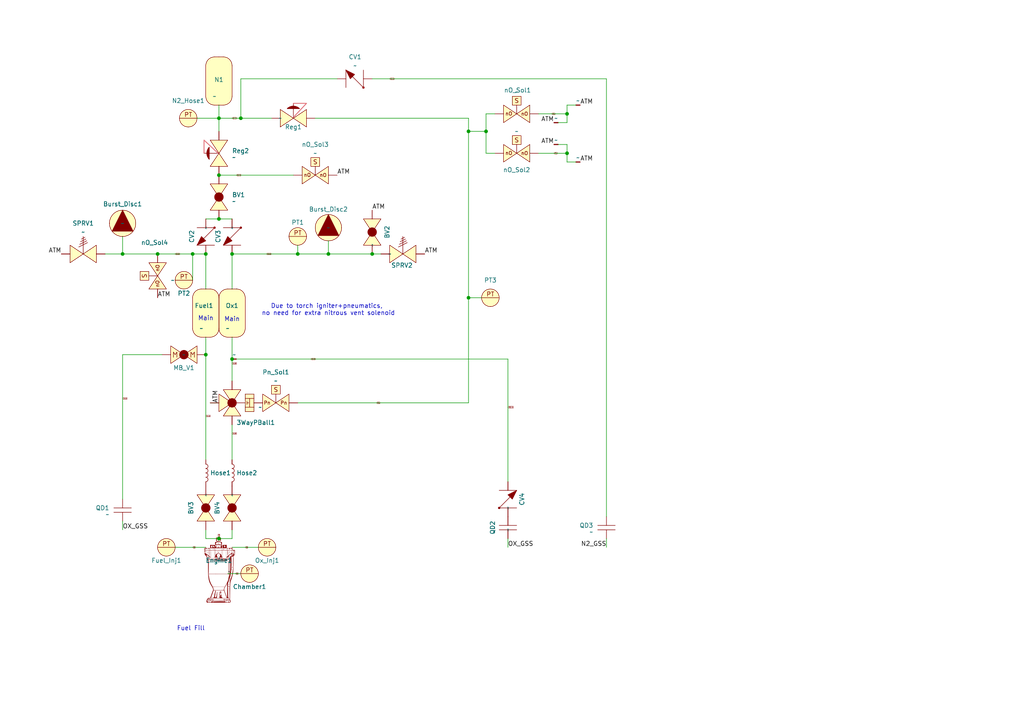
<source format=kicad_sch>
(kicad_sch (version 20250114) (generator "eeschema") (generator_version "9.0")
  (paper "A4")
  (lib_symbols
    (symbol "Ball_Valve_1"
      (property "Reference" "BV" (at 3.81 -4.318 0))
      (symbol "Ball_Valve_1_1_1"
        (pin passive line (at -2.54 0 0) (length 2.54) (name "") (number ""))
        (pin passive line (at 10.16 0 180) (length 2.54) (name "") (number ""))
      )
    )
    (symbol "Ball_Valve_2"
      (property "Reference" "BV" (at 3.81 -4.318 0))
      (symbol "Ball_Valve_2_1_1"
        (pin passive line (at -2.54 0 0) (length 2.54) (name "") (number ""))
        (pin passive line (at 10.16 0 180) (length 2.54) (name "") (number ""))
      )
    )
    (symbol "Ball_Valve_3"
      (property "Reference" "BV" (at 3.81 -4.318 0))
      (symbol "Ball_Valve_3_1_1"
        (pin passive line (at -2.54 0 0) (length 2.54) (name "") (number ""))
        (pin passive line (at 10.16 0 180) (length 2.54) (name "") (number ""))
      )
    )
    (symbol "Burst_Disc_1"
      (property "Reference" "Burst_Disc" (at 0 -5.334 0))
      (symbol "Burst_Disc_1_1_1"
        (pin passive line (at -3.81 0 0) (length 0) (name "") (number ""))
        (pin passive line (at 0 -3.81 90) (length 0) (name "") (number ""))
        (pin passive line (at 3.81 0 180) (length 0) (name "") (number ""))
      )
    )
    (symbol "Check_Valve_1"
      (property "Reference" "CV" (at 2.54 -4.064 0))
      (symbol "Check_Valve_1_1_1"
        (pin bidirectional line (at -2.54 0 0) (length 2.54) (name "") (number ""))
        (pin bidirectional line (at 7.62 0 180) (length 2.54) (name "") (number ""))
      )
    )
    (symbol "Check_Valve_2"
      (property "Reference" "CV" (at 2.54 -4.064 0))
      (symbol "Check_Valve_2_1_1"
        (pin bidirectional line (at -2.54 0 0) (length 2.54) (name "") (number ""))
        (pin bidirectional line (at 7.62 0 180) (length 2.54) (name "") (number ""))
      )
    )
    (symbol "Check_Valve_3"
      (property "Reference" "CV" (at 2.54 -4.064 0))
      (symbol "Check_Valve_3_1_1"
        (pin bidirectional line (at -2.54 0 0) (length 2.54) (name "") (number ""))
        (pin bidirectional line (at 7.62 0 180) (length 2.54) (name "") (number ""))
      )
    )
    (symbol "Device:Hose" (pin_numbers (hide yes)) (pin_names (offset 1.016) (hide yes))
      (property "Reference" "Hose" (at -1.27 0 90))
      (symbol "Hose_1_1"
        (pin passive line (at 0 3.81 270) (length 1.27) (name "1") (number "1"))
        (pin passive line (at 0 -3.81 90) (length 1.27) (name "2") (number "2"))
      )
    )
    (symbol "PID_symbols:3WayPmaticBall"
      (property "Reference" "3WayPBall" (at 0 -10.16 0))
      (symbol "3WayPmaticBall_1_1"
        (pin passive line (at -6.35 0 0) (length 2.54) (name "") (number ""))
        (pin passive line (at 0 6.35 180) (length 0) (name "") (number ""))
        (pin passive line (at 0 -6.35 90) (length 2.54) (name "") (number ""))
        (pin passive line (at 6.35 0 180) (length 2.54) (name "") (number ""))
      )
    )
    (symbol "PID_symbols:Ball_Valve"
      (property "Reference" "BV" (at 3.81 -4.318 0))
      (symbol "Ball_Valve_1_1"
        (pin passive line (at -2.54 0 0) (length 2.54) (name "") (number ""))
        (pin passive line (at 10.16 0 180) (length 2.54) (name "") (number ""))
      )
    )
    (symbol "PID_symbols:Burst_Disc"
      (property "Reference" "Burst_Disc" (at 0 -5.334 0))
      (symbol "Burst_Disc_1_1"
        (pin passive line (at -3.81 0 0) (length 0) (name "") (number ""))
        (pin passive line (at 0 -3.81 90) (length 0) (name "") (number ""))
        (pin passive line (at 3.81 0 180) (length 0) (name "") (number ""))
      )
    )
    (symbol "PID_symbols:Check_Valve"
      (property "Reference" "CV" (at 2.54 -4.064 0))
      (symbol "Check_Valve_1_1"
        (pin bidirectional line (at -2.54 0 0) (length 2.54) (name "") (number ""))
        (pin bidirectional line (at 7.62 0 180) (length 2.54) (name "") (number ""))
      )
    )
    (symbol "PID_symbols:Engine"
      (property "Reference" "Engine" (at 0 0 0))
      (symbol "Engine_1_1"
        (pin input line (at -3.81 3.81 0) (length 0) (name "") (number ""))
        (pin input line (at 0 6.35 0) (length 0) (name "") (number ""))
        (pin input line (at 3.81 3.81 0) (length 0) (name "") (number ""))
      )
    )
    (symbol "PID_symbols:MBallValve"
      (property "Reference" "MB_V" (at 0 -3.81 0))
      (symbol "MBallValve_1_1"
        (pin passive line (at -6.35 0 0) (length 2.54) (name "") (number ""))
        (pin passive line (at 6.35 0 180) (length 2.54) (name "") (number ""))
      )
    )
    (symbol "PID_symbols:Pneumatic_Solenoid"
      (property "Reference" "Pn_Sol" (at 0 -3.81 0))
      (symbol "Pneumatic_Solenoid_1_1"
        (text "Pn" (at -2.54 0 0) (effects (font (size 1 1))))
        (text "S\n" (at 0 3.81 0) (effects (font (size 1.27 1.27))))
        (text "Pn" (at 2.286 0 0) (effects (font (size 1 1))))
        (pin passive line (at -6.35 0 0) (length 2.54) (name "") (number ""))
        (pin passive line (at 6.35 0 180) (length 2.54) (name "") (number ""))
      )
    )
    (symbol "PID_symbols:Pressure_Regulator"
      (property "Reference" "Reg" (at 3.81 -2.54 0))
      (symbol "Pressure_Regulator_1_1"
        (pin passive line (at -2.54 0 0) (length 2.54) (name "") (number ""))
        (pin passive line (at 10.16 0 180) (length 2.54) (name "") (number ""))
      )
    )
    (symbol "PID_symbols:Pressure_Transducer"
      (property "Reference" "PT" (at 0 -3.81 0))
      (symbol "Pressure_Transducer_1_1"
        (text "PT\n" (at 0 1.016 0) (effects (font (size 1.27 1.27))))
        (pin passive line (at -2.54 0 0) (length 0) (name "") (number ""))
        (pin passive line (at 0 -2.54 90) (length 0) (name "") (number ""))
        (pin passive line (at 2.54 0 180) (length 0) (name "") (number ""))
      )
    )
    (symbol "PID_symbols:Quick_Disconnect"
      (property "Reference" "QD" (at 0.762 -4.572 0))
      (symbol "Quick_Disconnect_1_1"
        (pin passive line (at -2.54 0 0) (length 2.54) (name "") (number ""))
        (pin passive line (at 3.81 0 180) (length 2.54) (name "") (number ""))
      )
    )
    (symbol "PID_symbols:SPRV"
      (property "Reference" "SPRV" (at 3.556 -3.302 0))
      (symbol "SPRV_1_1"
        (pin passive line (at -2.54 0 0) (length 2.54) (name "") (number ""))
        (pin passive line (at 10.16 0 180) (length 2.54) (name "") (number ""))
      )
    )
    (symbol "PID_symbols:Solenoid"
      (property "Reference" "nO_Sol" (at 3.81 -3.81 0))
      (symbol "Solenoid_1_1"
        (text "nO\n\n" (at 1.524 -0.762 0) (effects (font (size 1 1))))
        (text "S\n" (at 3.81 3.81 0) (effects (font (size 1.27 1.27))))
        (text "nO" (at 6.096 0 0) (effects (font (size 1 1))))
        (pin passive line (at -2.54 0 0) (length 2.54) (name "") (number ""))
        (pin passive line (at 10.16 0 180) (length 2.54) (name "") (number ""))
      )
    )
    (symbol "PID_symbols:Tank"
      (property "Reference" "T" (at 6.35 5.08 0))
      (symbol "Tank_1_1"
        (pin passive line (at 1.27 11.43 270) (length 0) (name "") (number ""))
        (pin passive line (at 1.27 -2.54 90) (length 0) (name "") (number ""))
      )
    )
    (symbol "PID_symbols:stop" (in_bom no) (on_board no)
      (symbol "stop_1_1"
        (pin bidirectional line (at -1.27 0 0) (length 0) (name "") (number ""))
        (pin bidirectional line (at 0 0 180) (length 0) (name "") (number ""))
      )
    )
    (symbol "Pressure_Regulator_1"
      (property "Reference" "Reg" (at 3.81 -2.54 0))
      (symbol "Pressure_Regulator_1_1_1"
        (pin passive line (at -2.54 0 0) (length 2.54) (name "") (number ""))
        (pin passive line (at 10.16 0 180) (length 2.54) (name "") (number ""))
      )
    )
    (symbol "Pressure_Transducer_1"
      (property "Reference" "PT" (at 0 -3.81 0))
      (symbol "Pressure_Transducer_1_1_1"
        (text "PT\n" (at 0 1.016 0) (effects (font (size 1.27 1.27))))
        (pin passive line (at -2.54 0 0) (length 0) (name "") (number ""))
        (pin passive line (at 0 -2.54 90) (length 0) (name "") (number ""))
        (pin passive line (at 2.54 0 180) (length 0) (name "") (number ""))
      )
    )
    (symbol "Pressure_Transducer_2"
      (property "Reference" "PT" (at 0 -3.81 0))
      (symbol "Pressure_Transducer_2_1_1"
        (text "PT\n" (at 0 1.016 0) (effects (font (size 1.27 1.27))))
        (pin passive line (at -2.54 0 0) (length 0) (name "") (number ""))
        (pin passive line (at 0 -2.54 90) (length 0) (name "") (number ""))
        (pin passive line (at 2.54 0 180) (length 0) (name "") (number ""))
      )
    )
    (symbol "Pressure_Transducer_3"
      (property "Reference" "PT" (at 0 -3.81 0))
      (symbol "Pressure_Transducer_3_1_1"
        (text "PT\n" (at 0 1.016 0) (effects (font (size 1.27 1.27))))
        (pin passive line (at -2.54 0 0) (length 0) (name "") (number ""))
        (pin passive line (at 0 -2.54 90) (length 0) (name "") (number ""))
        (pin passive line (at 2.54 0 180) (length 0) (name "") (number ""))
      )
    )
    (symbol "Pressure_Transducer_4"
      (property "Reference" "PT" (at 0 -3.81 0))
      (symbol "Pressure_Transducer_4_1_1"
        (text "PT\n" (at 0 1.016 0) (effects (font (size 1.27 1.27))))
        (pin passive line (at -2.54 0 0) (length 0) (name "") (number ""))
        (pin passive line (at 0 -2.54 90) (length 0) (name "") (number ""))
        (pin passive line (at 2.54 0 180) (length 0) (name "") (number ""))
      )
    )
    (symbol "Pressure_Transducer_5"
      (property "Reference" "PT" (at 0 -3.81 0))
      (symbol "Pressure_Transducer_5_1_1"
        (text "PT\n" (at 0 1.016 0) (effects (font (size 1.27 1.27))))
        (pin passive line (at -2.54 0 0) (length 0) (name "") (number ""))
        (pin passive line (at 0 -2.54 90) (length 0) (name "") (number ""))
        (pin passive line (at 2.54 0 180) (length 0) (name "") (number ""))
      )
    )
    (symbol "Pressure_Transducer_6"
      (property "Reference" "PT" (at 0 -3.81 0))
      (symbol "Pressure_Transducer_6_1_1"
        (text "PT\n" (at 0 1.016 0) (effects (font (size 1.27 1.27))))
        (pin passive line (at -2.54 0 0) (length 0) (name "") (number ""))
        (pin passive line (at 0 -2.54 90) (length 0) (name "") (number ""))
        (pin passive line (at 2.54 0 180) (length 0) (name "") (number ""))
      )
    )
    (symbol "Quick_Disconnect_1"
      (property "Reference" "QD" (at 0.762 -4.572 0))
      (symbol "Quick_Disconnect_1_1_1"
        (pin passive line (at -2.54 0 0) (length 2.54) (name "") (number ""))
        (pin passive line (at 3.81 0 180) (length 2.54) (name "") (number ""))
      )
    )
    (symbol "Quick_Disconnect_2"
      (property "Reference" "QD" (at 0.762 -4.572 0))
      (symbol "Quick_Disconnect_2_1_1"
        (pin passive line (at -2.54 0 0) (length 2.54) (name "") (number ""))
        (pin passive line (at 3.81 0 180) (length 2.54) (name "") (number ""))
      )
    )
    (symbol "SPRV_1"
      (property "Reference" "SPRV" (at 3.556 -3.302 0))
      (symbol "SPRV_1_1_1"
        (pin passive line (at -2.54 0 0) (length 2.54) (name "") (number ""))
        (pin passive line (at 10.16 0 180) (length 2.54) (name "") (number ""))
      )
    )
    (symbol "Solenoid_1"
      (property "Reference" "nO_Sol" (at 3.81 -3.81 0))
      (symbol "Solenoid_1_1_1"
        (text "nO\n\n" (at 1.524 -0.762 0) (effects (font (size 1 1))))
        (text "S\n" (at 3.81 3.81 0) (effects (font (size 1.27 1.27))))
        (text "nO" (at 6.096 0 0) (effects (font (size 1 1))))
        (pin passive line (at -2.54 0 0) (length 2.54) (name "") (number ""))
        (pin passive line (at 10.16 0 180) (length 2.54) (name "") (number ""))
      )
    )
    (symbol "Solenoid_2"
      (property "Reference" "nO_Sol" (at 3.81 -3.81 0))
      (symbol "Solenoid_2_1_1"
        (text "nO\n\n" (at 1.524 -0.762 0) (effects (font (size 1 1))))
        (text "S\n" (at 3.81 3.81 0) (effects (font (size 1.27 1.27))))
        (text "nO" (at 6.096 0 0) (effects (font (size 1 1))))
        (pin passive line (at -2.54 0 0) (length 2.54) (name "") (number ""))
        (pin passive line (at 10.16 0 180) (length 2.54) (name "") (number ""))
      )
    )
    (symbol "Solenoid_3"
      (property "Reference" "nO_Sol" (at 3.81 -3.81 0))
      (symbol "Solenoid_3_1_1"
        (text "nO\n\n" (at 1.524 -0.762 0) (effects (font (size 1 1))))
        (text "S\n" (at 3.81 3.81 0) (effects (font (size 1.27 1.27))))
        (text "nO" (at 6.096 0 0) (effects (font (size 1 1))))
        (pin passive line (at -2.54 0 0) (length 2.54) (name "") (number ""))
        (pin passive line (at 10.16 0 180) (length 2.54) (name "") (number ""))
      )
    )
    (symbol "Tank_1"
      (property "Reference" "T" (at 6.35 5.08 0))
      (symbol "Tank_1_1_1"
        (pin passive line (at 1.27 11.43 270) (length 0) (name "") (number ""))
        (pin passive line (at 1.27 -2.54 90) (length 0) (name "") (number ""))
      )
    )
    (symbol "Tank_2"
      (property "Reference" "T" (at 6.35 5.08 0))
      (symbol "Tank_2_1_1"
        (pin passive line (at 1.27 11.43 270) (length 0) (name "") (number ""))
        (pin passive line (at 1.27 -2.54 90) (length 0) (name "") (number ""))
      )
    )
    (symbol "stop_1" (in_bom no) (on_board no)
      (symbol "stop_1_1_1"
        (pin bidirectional line (at -1.27 0 0) (length 0) (name "") (number ""))
        (pin bidirectional line (at 0 0 180) (length 0) (name "") (number ""))
      )
    )
    (symbol "stop_2" (in_bom no) (on_board no)
      (symbol "stop_2_1_1"
        (pin bidirectional line (at -1.27 0 0) (length 0) (name "") (number ""))
        (pin bidirectional line (at 0 0 180) (length 0) (name "") (number ""))
      )
    )
    (symbol "stop_3" (in_bom no) (on_board no)
      (symbol "stop_3_1_1"
        (pin bidirectional line (at -1.27 0 0) (length 0) (name "") (number ""))
        (pin bidirectional line (at 0 0 180) (length 0) (name "") (number ""))
      )
    )
    (symbol "stop_4" (in_bom no) (on_board no)
      (symbol "stop_4_1_1"
        (pin bidirectional line (at -1.27 0 0) (length 0) (name "") (number ""))
        (pin bidirectional line (at 0 0 180) (length 0) (name "") (number ""))
      )
    )
  )
  (text "Main" (at 59.69 92.456 0) (effects (font (size 1.27 1.27))))
  (text "Main" (at 67.31 92.71 0) (effects (font (size 1.27 1.27))))
  (text "Fuel Fill\n" (at 55.372 182.372 0) (effects (font (size 1.27 1.27))))
  (text "Due to torch igniter+pneumatics, \nno need for extra nitrous vent solenoid\n" (at 95.25 89.916 0) (effects (font (size 1.27 1.27))))
  (junction (at 135.89 38.1))
  (junction (at 164.465 33.02))
  (junction (at 69.85 34.29))
  (junction (at 55.88 73.66))
  (junction (at 140.97 38.1))
  (junction (at 63.5 156.21))
  (junction (at 135.89 86.36))
  (junction (at 35.56 73.66))
  (junction (at 63.5 50.8))
  (junction (at 63.5 34.29))
  (junction (at 59.69 102.87))
  (junction (at 67.31 104.14))
  (junction (at 63.5 63.5))
  (junction (at 59.69 73.66))
  (junction (at 86.36 73.66))
  (junction (at 164.465 44.45))
  (junction (at 67.31 73.66))
  (junction (at 45.72 73.66))
  (junction (at 107.95 73.66))
  (junction (at 95.25 73.66))
  (wire (pts (xy 69.85 34.29) (xy 78.74 34.29)))
  (wire (pts (xy 35.56 102.87) (xy 35.56 144.78)))
  (wire (pts (xy 135.89 38.1) (xy 140.97 38.1)))
  (wire (pts (xy 69.85 34.29) (xy 69.85 22.86)))
  (wire (pts (xy 30.48 73.66) (xy 35.56 73.66)))
  (wire (pts (xy 164.465 41.91) (xy 161.925 41.91)))
  (wire (pts (xy 35.56 68.58) (xy 35.56 73.66)))
  (wire (pts (xy 135.89 86.36) (xy 135.89 116.84)))
  (wire (pts (xy 164.465 35.56) (xy 164.465 33.02)))
  (wire (pts (xy 175.895 158.75) (xy 175.895 156.21)))
  (wire (pts (xy 140.97 38.1) (xy 140.97 44.45)))
  (wire (pts (xy 35.56 153.67) (xy 35.56 151.13)))
  (wire (pts (xy 67.31 104.14) (xy 67.31 110.49)))
  (wire (pts (xy 175.895 22.86) (xy 175.895 149.86)))
  (wire (pts (xy 107.95 22.86) (xy 175.895 22.86)))
  (wire (pts (xy 143.51 44.45) (xy 140.97 44.45)))
  (wire (pts (xy 86.36 116.84) (xy 135.89 116.84)))
  (wire (pts (xy 86.36 73.66) (xy 95.25 73.66)))
  (wire (pts (xy 67.31 73.66) (xy 86.36 73.66)))
  (wire (pts (xy 140.97 33.02) (xy 143.51 33.02)))
  (wire (pts (xy 69.85 22.86) (xy 97.79 22.86)))
  (wire (pts (xy 59.69 156.21) (xy 63.5 156.21)))
  (wire (pts (xy 164.465 30.48) (xy 164.465 33.02)))
  (wire (pts (xy 67.31 156.21) (xy 63.5 156.21)))
  (wire (pts (xy 86.36 71.12) (xy 86.36 73.66)))
  (wire (pts (xy 67.31 158.75) (xy 74.93 158.75)))
  (wire (pts (xy 63.5 116.84) (xy 60.96 116.84)))
  (wire (pts (xy 139.7 86.36) (xy 135.89 86.36)))
  (wire (pts (xy 67.31 97.79) (xy 67.31 104.14)))
  (wire (pts (xy 63.5 34.29) (xy 63.5 38.1)))
  (wire (pts (xy 59.69 63.5) (xy 63.5 63.5)))
  (wire (pts (xy 55.88 73.66) (xy 55.88 81.28)))
  (wire (pts (xy 55.88 73.66) (xy 59.69 73.66)))
  (wire (pts (xy 63.5 50.8) (xy 85.09 50.8)))
  (wire (pts (xy 59.69 153.67) (xy 59.69 156.21)))
  (wire (pts (xy 67.31 73.66) (xy 67.31 83.82)))
  (wire (pts (xy 164.465 44.45) (xy 164.465 41.91)))
  (wire (pts (xy 57.15 34.29) (xy 63.5 34.29)))
  (wire (pts (xy 147.32 104.14) (xy 68.58 104.14)))
  (wire (pts (xy 164.465 46.99) (xy 164.465 44.45)))
  (wire (pts (xy 156.21 33.02) (xy 164.465 33.02)))
  (wire (pts (xy 59.69 73.66) (xy 59.69 83.82)))
  (wire (pts (xy 59.69 102.87) (xy 59.69 133.35)))
  (wire (pts (xy 147.32 104.14) (xy 147.32 139.7)))
  (wire (pts (xy 66.04 166.37) (xy 69.85 166.37)))
  (wire (pts (xy 95.25 69.85) (xy 95.25 73.66)))
  (wire (pts (xy 147.32 158.75) (xy 147.32 156.21)))
  (wire (pts (xy 135.89 38.1) (xy 135.89 86.36)))
  (wire (pts (xy 63.5 34.29) (xy 63.5 30.48)))
  (wire (pts (xy 45.72 73.66) (xy 55.88 73.66)))
  (wire (pts (xy 63.5 34.29) (xy 69.85 34.29)))
  (wire (pts (xy 91.44 34.29) (xy 135.89 34.29)))
  (wire (pts (xy 140.97 33.02) (xy 140.97 38.1)))
  (wire (pts (xy 63.5 63.5) (xy 67.31 63.5)))
  (wire (pts (xy 59.69 97.79) (xy 59.69 102.87)))
  (wire (pts (xy 164.465 46.99) (xy 167.005 46.99)))
  (wire (pts (xy 67.31 153.67) (xy 67.31 156.21)))
  (wire (pts (xy 107.95 73.66) (xy 110.49 73.66)))
  (wire (pts (xy 135.89 34.29) (xy 135.89 38.1)))
  (wire (pts (xy 67.31 123.19) (xy 67.31 133.35)))
  (wire (pts (xy 161.925 35.56) (xy 164.465 35.56)))
  (wire (pts (xy 156.21 44.45) (xy 164.465 44.45)))
  (wire (pts (xy 50.8 158.75) (xy 59.69 158.75)))
  (wire (pts (xy 35.56 73.66) (xy 45.72 73.66)))
  (wire (pts (xy 46.99 102.87) (xy 35.56 102.87)))
  (wire (pts (xy 95.25 73.66) (xy 107.95 73.66)))
  (wire (pts (xy 164.465 30.48) (xy 167.005 30.48)))
  (label "ATM" (at 160.655 41.91 180))
  (label "ATM" (at 160.655 35.56 180))
  (label "ATM" (at 17.78 73.66 180))
  (label "ATM" (at 123.19 73.66 0))
  (label "." (at 66.04 166.37 0))
  (label "ATM" (at 168.275 46.99 0))
  (label "N2_GSS" (at 175.895 158.75 180))
  (label "OX_GSS" (at 35.56 153.67 0))
  (label "OX_GSS" (at 147.32 158.75 0))
  (label "." (at 68.58 83.82 0) (effects (font (size 0.0254 0.0254))))
  (label "ATM" (at 97.79 50.8 0))
  (label "ATM" (at 63.5 116.84 90))
  (label "ATM" (at 45.72 86.36 0))
  (label "ATM" (at 107.95 60.96 0))
  (label "ATM" (at 168.275 30.48 0))
  (global_label "D" (shape input) (at 71.12 158.75 0) (effects (font (size 0.254 0.254))) (property "Intersheetrefs" "${INTERSHEET_REFS}" (effects (hide yes))))
  (global_label "1-4" (shape input) (at 63.5 156.21 90) (effects (font (size 0.254 0.254))) (property "Intersheetrefs" "${INTERSHEET_REFS}" (effects (hide yes))))
  (global_label "D" (shape input) (at 55.88 158.75 0) (effects (font (size 0.254 0.254))) (property "Intersheetrefs" "${INTERSHEET_REFS}" (effects (hide yes))))
  (global_label "1-4" (shape input) (at 50.8 73.66 0) (effects (font (size 0.254 0.254))) (property "Intersheetrefs" "${INTERSHEET_REFS}" (effects (hide yes))))
  (global_label "Pn" (shape input) (at 109.22 116.84 0) (effects (font (size 0.254 0.254))) (property "Intersheetrefs" "${INTERSHEET_REFS}" (effects (hide yes))))
  (global_label "Pn" (shape input) (at 160.655 44.45 0) (effects (font (size 0.254 0.254))) (property "Intersheetrefs" "${INTERSHEET_REFS}" (effects (hide yes))))
  (global_label "1-2" (shape input) (at 67.31 105.41 0) (effects (font (size 0.254 0.254))) (property "Intersheetrefs" "${INTERSHEET_REFS}" (effects (hide yes))))
  (global_label "1-4" (shape input) (at 113.03 22.86 0) (effects (font (size 0.254 0.254))) (property "Intersheetrefs" "${INTERSHEET_REFS}" (effects (hide yes))))
  (global_label "1-4" (shape input) (at 35.56 115.57 0) (effects (font (size 0.254 0.254))) (property "Intersheetrefs" "${INTERSHEET_REFS}" (effects (hide yes))))
  (global_label "1-4" (shape input) (at 68.58 50.8 0) (effects (font (size 0.254 0.254))) (property "Intersheetrefs" "${INTERSHEET_REFS}" (effects (hide yes))))
  (global_label "D" (shape input) (at 68.3041 166.37 0) (effects (font (size 0.254 0.254))) (property "Intersheetrefs" "${INTERSHEET_REFS}" (effects (hide yes))))
  (global_label "M1-4" (shape input) (at 147.32 118.11 0) (effects (font (size 0.254 0.254))) (property "Intersheetrefs" "${INTERSHEET_REFS}" (effects (hide yes))))
  (global_label "1-2" (shape input) (at 67.31 125.73 0) (effects (font (size 0.254 0.254))) (property "Intersheetrefs" "${INTERSHEET_REFS}" (effects (hide yes))))
  (global_label "1-4" (shape input) (at 67.31 34.29 0) (effects (font (size 0.254 0.254))) (property "Intersheetrefs" "${INTERSHEET_REFS}" (effects (hide yes))))
  (global_label "Pn" (shape input) (at 160.02 33.02 0) (effects (font (size 0.254 0.254))) (property "Intersheetrefs" "${INTERSHEET_REFS}" (effects (hide yes))))
  (global_label "1-4" (shape input) (at 59.69 120.65 0) (effects (font (size 0.254 0.254))) (property "Intersheetrefs" "${INTERSHEET_REFS}" (effects (hide yes))))
  (global_label "1-4" (shape input) (at 90.17 104.14 0) (effects (font (size 0.254 0.254))) (property "Intersheetrefs" "${INTERSHEET_REFS}" (effects (hide yes))))
  (global_label "1-4" (shape input) (at 77.318 73.66 0) (effects (font (size 0.254 0.254))) (property "Intersheetrefs" "${INTERSHEET_REFS}" (effects (hide yes))))
  (symbol (lib_id "PID_symbols:Tank") (at 62.23 27.94 0) (unit 1)
    (property "Reference" "N1" (at 63.5 23.114 0))
    (property "Value" "~" (at 62.23 27.94 0))
  )
  (symbol (lib_name "Pressure_Transducer_1") (lib_id "PID_symbols:Pressure_Transducer") (at 72.39 166.37 0) (unit 1)
    (property "Reference" "Chamber1" (at 72.39 170.18 0))
  )
  (symbol (lib_id "PID_symbols:Engine") (at 63.5 162.56 0) (unit 1)
    (property "Reference" "Engine1" (at 63.5 162.56 0))
    (property "Value" "~" (at 63.5 162.56 0))
  )
  (symbol (lib_name "Pressure_Transducer_2") (lib_id "PID_symbols:Pressure_Transducer") (at 77.47 158.75 0) (unit 1)
    (property "Reference" "Ox_Inj1" (at 77.47 162.56 0))
  )
  (symbol (lib_name "Check_Valve_1") (lib_id "PID_symbols:Check_Valve") (at 105.41 22.86 180) (unit 1)
    (property "Reference" "CV1" (at 102.997 16.51 0))
    (property "Value" "~" (at 102.997 19.05 0))
  )
  (symbol (lib_id "PID_symbols:MBallValve") (at 53.34 102.87 0) (unit 1)
    (property "Reference" "MB_V1" (at 53.34 106.68 0))
    (property "Value" "~" (at 53.34 102.87 0))
  )
  (symbol (lib_id "PID_symbols:Ball_Valve") (at 67.31 143.51 270) (unit 1)
    (property "Reference" "BV4" (at 62.992 147.32 0))
    (property "Value" "~" (at 67.31 143.51 0))
  )
  (symbol (lib_name "Check_Valve_2") (lib_id "PID_symbols:Check_Valve") (at 59.69 66.04 270) (unit 1)
    (property "Reference" "CV2" (at 55.626 68.58 0))
    (property "Value" "~" (at 59.69 66.04 0))
  )
  (symbol (lib_id "PID_symbols:Pressure_Regulator") (at 81.28 34.29 0) (unit 1)
    (property "Reference" "Reg1" (at 85.09 36.83 0))
    (property "Value" "~" (at 81.28 34.29 0))
    (property "Description" "Pressure Regulator" (effects (hide yes)))
  )
  (symbol (lib_name "stop_3") (lib_id "PID_symbols:stop") (at 161.925 35.56 0) (unit 1) (in_bom no) (on_board no)
    (property "Reference" "U9" (effects (hide yes)))
    (property "Value" "~" (at 161.29 34.29 0))
  )
  (symbol (lib_name "Pressure_Transducer_3") (lib_id "PID_symbols:Pressure_Transducer") (at 53.34 81.28 0) (unit 1)
    (property "Reference" "PT2" (at 53.34 85.09 0))
  )
  (symbol (lib_id "Device:Hose") (at 59.69 137.16 0) (unit 1)
    (property "Reference" "Hose1" (at 60.96 137.1599 0) (effects (justify left)))
  )
  (symbol (lib_name "Tank_1") (lib_id "PID_symbols:Tank") (at 58.42 95.25 0) (unit 1)
    (property "Reference" "Fuel1" (at 59.182 88.646 0))
    (property "Value" "~" (at 58.42 95.25 0))
  )
  (symbol (lib_name "Pressure_Transducer_4") (lib_id "PID_symbols:Pressure_Transducer") (at 48.26 158.75 0) (unit 1)
    (property "Reference" "Fuel_Inj1" (at 48.26 162.56 0))
  )
  (symbol (lib_name "stop_2") (lib_id "PID_symbols:stop") (at 161.925 41.91 0) (unit 1) (in_bom no) (on_board no)
    (property "Reference" "U8" (effects (hide yes)))
    (property "Value" "~" (at 161.29 40.64 0))
  )
  (symbol (lib_name "Solenoid_1") (lib_id "PID_symbols:Solenoid") (at 146.05 33.02 0) (unit 1)
    (property "Reference" "nO_Sol1" (at 150.114 26.162 0))
    (property "Value" "~" (at 149.86 26.67 0))
  )
  (symbol (lib_id "PID_symbols:Quick_Disconnect") (at 175.895 153.67 90) (unit 1)
    (property "Reference" "QD3" (at 172.085 152.3999 90) (effects (justify left)))
    (property "Value" "~" (at 172.085 154.305 90) (effects (justify left)))
  )
  (symbol (lib_name "Ball_Valve_1") (lib_id "PID_symbols:Ball_Valve") (at 107.95 71.12 90) (unit 1)
    (property "Reference" "BV2" (at 112.268 67.31 0))
    (property "Value" "~" (at 107.95 71.12 0))
  )
  (symbol (lib_id "PID_symbols:stop") (at 68.58 104.14 0) (unit 1) (in_bom no) (on_board no)
    (property "Reference" "U1" (effects (hide yes)))
    (property "Value" "~" (at 67.945 102.87 0))
  )
  (symbol (lib_name "Quick_Disconnect_1") (lib_id "PID_symbols:Quick_Disconnect") (at 35.56 148.59 90) (unit 1)
    (property "Reference" "QD1" (at 31.75 147.3199 90) (effects (justify left)))
    (property "Value" "~" (at 31.75 149.225 90) (effects (justify left)))
  )
  (symbol (lib_name "Quick_Disconnect_2") (lib_id "PID_symbols:Quick_Disconnect") (at 147.32 153.67 90) (unit 1)
    (property "Reference" "QD2" (at 142.875 153.035 0))
    (property "Value" "~" (at 147.32 153.67 0))
  )
  (symbol (lib_name "stop_4") (lib_id "PID_symbols:stop") (at 168.275 30.48 0) (unit 1) (in_bom no) (on_board no)
    (property "Reference" "U10" (effects (hide yes)))
    (property "Value" "~" (at 167.64 29.21 0))
  )
  (symbol (lib_name "Ball_Valve_2") (lib_id "PID_symbols:Ball_Valve") (at 63.5 60.96 90) (unit 1)
    (property "Reference" "BV1" (at 67.31 56.5149 90) (effects (justify right)))
    (property "Value" "~" (at 67.31 58.42 90) (effects (justify right)))
  )
  (symbol (lib_id "PID_symbols:SPRV") (at 20.32 73.66 0) (unit 1)
    (property "Reference" "SPRV1" (at 24.13 64.77 0))
    (property "Value" "~" (at 24.13 67.31 0))
  )
  (symbol (lib_name "Solenoid_3") (lib_id "PID_symbols:Solenoid") (at 87.63 50.8 0) (unit 1)
    (property "Reference" "nO_Sol3" (at 91.44 41.91 0))
    (property "Value" "~" (at 91.44 44.45 0))
  )
  (symbol (lib_name "Pressure_Transducer_5") (lib_id "PID_symbols:Pressure_Transducer") (at 142.24 86.36 0) (unit 1)
    (property "Reference" "PT3" (at 142.24 81.28 0))
  )
  (symbol (lib_name "Pressure_Regulator_1") (lib_id "PID_symbols:Pressure_Regulator") (at 63.5 48.26 90) (unit 1)
    (property "Reference" "Reg2" (at 67.31 43.7524 90) (effects (justify right)))
    (property "Value" "~" (at 67.31 45.6575 90) (effects (justify right)))
    (property "Description" "Pressure Regulator" (effects (hide yes)))
  )
  (symbol (lib_id "PID_symbols:Pneumatic_Solenoid") (at 80.01 116.84 0) (unit 1)
    (property "Reference" "Pn_Sol1" (at 80.01 107.95 0))
    (property "Value" "~" (at 80.01 110.49 0))
  )
  (symbol (lib_name "Pressure_Transducer_6") (lib_id "PID_symbols:Pressure_Transducer") (at 54.61 34.29 0) (unit 1)
    (property "Reference" "N2_Hose1" (at 54.61 29.21 0))
  )
  (symbol (lib_name "Ball_Valve_3") (lib_id "PID_symbols:Ball_Valve") (at 59.69 143.51 270) (unit 1)
    (property "Reference" "BV3" (at 55.372 147.32 0))
    (property "Value" "~" (at 59.69 143.51 0))
  )
  (symbol (lib_name "SPRV_1") (lib_id "PID_symbols:SPRV") (at 113.03 73.66 0) (unit 1)
    (property "Reference" "SPRV2" (at 116.586 76.962 0))
    (property "Value" "~" (at 113.03 73.66 0))
  )
  (symbol (lib_name "Check_Valve_3") (lib_id "PID_symbols:Check_Valve") (at 147.32 147.32 90) (unit 1)
    (property "Reference" "CV4" (at 151.384 144.78 0))
    (property "Value" "~" (at 147.32 147.32 0))
  )
  (symbol (lib_name "Tank_2") (lib_id "PID_symbols:Tank") (at 66.04 95.25 0) (unit 1)
    (property "Reference" "Ox1" (at 67.31 88.646 0))
    (property "Value" "~" (at 66.04 95.25 0))
  )
  (symbol (lib_id "PID_symbols:Burst_Disc") (at 95.25 66.04 0) (unit 1)
    (property "Reference" "Burst_Disc2" (at 95.25 60.706 0))
    (property "Value" "~" (at 95.25 66.04 0))
  )
  (symbol (lib_id "Device:Hose") (at 67.31 137.16 0) (unit 1)
    (property "Reference" "Hose2" (at 68.58 137.1599 0) (effects (justify left)))
  )
  (symbol (lib_id "PID_symbols:Pressure_Transducer") (at 86.36 68.58 0) (unit 1)
    (property "Reference" "PT1" (at 86.36 64.516 0))
  )
  (symbol (lib_id "PID_symbols:3WayPmaticBall") (at 67.31 116.84 270) (unit 1)
    (property "Reference" "3WayPBall1" (at 68.58 122.555 90) (effects (justify left)))
    (property "Value" "~" (at 74.93 118.11 90) (effects (justify left)))
  )
  (symbol (lib_name "Solenoid_2") (lib_id "PID_symbols:Solenoid") (at 146.05 44.45 0) (unit 1)
    (property "Reference" "nO_Sol2" (at 149.86 49.276 0))
    (property "Value" "~" (at 149.86 38.1 0))
  )
  (symbol (lib_name "Burst_Disc_1") (lib_id "PID_symbols:Burst_Disc") (at 35.56 64.77 0) (unit 1)
    (property "Reference" "Burst_Disc1" (at 35.56 59.182 0))
    (property "Value" "~" (at 35.56 64.77 0))
  )
  (symbol (lib_id "PID_symbols:Solenoid") (at 45.72 83.82 90) (unit 1)
    (property "Reference" "nO_Sol4" (at 40.894 70.358 90) (effects (justify right)))
    (property "Value" "~" (at 49.53 81.28 90) (effects (justify right)))
  )
  (symbol (lib_id "PID_symbols:Check_Valve") (at 67.31 66.04 270) (unit 1)
    (property "Reference" "CV3" (at 63.246 68.58 0))
    (property "Value" "~" (at 67.31 66.04 0))
  )
  (symbol (lib_name "stop_1") (lib_id "PID_symbols:stop") (at 168.275 46.99 0) (unit 1) (in_bom no) (on_board no)
    (property "Reference" "U7" (effects (hide yes)))
    (property "Value" "~" (at 167.64 45.72 0))
  )
)
</source>
